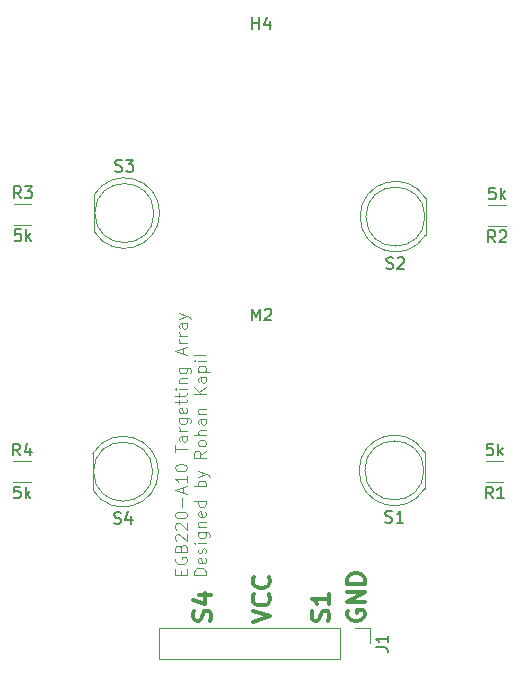
<source format=gbr>
%TF.GenerationSoftware,KiCad,Pcbnew,9.0.1*%
%TF.CreationDate,2025-04-01T19:10:29+10:00*%
%TF.ProjectId,Ir PCB,49722050-4342-42e6-9b69-6361645f7063,rev?*%
%TF.SameCoordinates,Original*%
%TF.FileFunction,Legend,Top*%
%TF.FilePolarity,Positive*%
%FSLAX46Y46*%
G04 Gerber Fmt 4.6, Leading zero omitted, Abs format (unit mm)*
G04 Created by KiCad (PCBNEW 9.0.1) date 2025-04-01 19:10:29*
%MOMM*%
%LPD*%
G01*
G04 APERTURE LIST*
%ADD10C,0.300000*%
%ADD11C,0.100000*%
%ADD12C,0.150000*%
%ADD13C,0.120000*%
G04 APERTURE END LIST*
D10*
X157372257Y-121659774D02*
X157300828Y-121802632D01*
X157300828Y-121802632D02*
X157300828Y-122016917D01*
X157300828Y-122016917D02*
X157372257Y-122231203D01*
X157372257Y-122231203D02*
X157515114Y-122374060D01*
X157515114Y-122374060D02*
X157657971Y-122445489D01*
X157657971Y-122445489D02*
X157943685Y-122516917D01*
X157943685Y-122516917D02*
X158157971Y-122516917D01*
X158157971Y-122516917D02*
X158443685Y-122445489D01*
X158443685Y-122445489D02*
X158586542Y-122374060D01*
X158586542Y-122374060D02*
X158729400Y-122231203D01*
X158729400Y-122231203D02*
X158800828Y-122016917D01*
X158800828Y-122016917D02*
X158800828Y-121874060D01*
X158800828Y-121874060D02*
X158729400Y-121659774D01*
X158729400Y-121659774D02*
X158657971Y-121588346D01*
X158657971Y-121588346D02*
X158157971Y-121588346D01*
X158157971Y-121588346D02*
X158157971Y-121874060D01*
X158800828Y-120945489D02*
X157300828Y-120945489D01*
X157300828Y-120945489D02*
X158800828Y-120088346D01*
X158800828Y-120088346D02*
X157300828Y-120088346D01*
X158800828Y-119374060D02*
X157300828Y-119374060D01*
X157300828Y-119374060D02*
X157300828Y-119016917D01*
X157300828Y-119016917D02*
X157372257Y-118802631D01*
X157372257Y-118802631D02*
X157515114Y-118659774D01*
X157515114Y-118659774D02*
X157657971Y-118588345D01*
X157657971Y-118588345D02*
X157943685Y-118516917D01*
X157943685Y-118516917D02*
X158157971Y-118516917D01*
X158157971Y-118516917D02*
X158443685Y-118588345D01*
X158443685Y-118588345D02*
X158586542Y-118659774D01*
X158586542Y-118659774D02*
X158729400Y-118802631D01*
X158729400Y-118802631D02*
X158800828Y-119016917D01*
X158800828Y-119016917D02*
X158800828Y-119374060D01*
X145729400Y-122516917D02*
X145800828Y-122302632D01*
X145800828Y-122302632D02*
X145800828Y-121945489D01*
X145800828Y-121945489D02*
X145729400Y-121802632D01*
X145729400Y-121802632D02*
X145657971Y-121731203D01*
X145657971Y-121731203D02*
X145515114Y-121659774D01*
X145515114Y-121659774D02*
X145372257Y-121659774D01*
X145372257Y-121659774D02*
X145229400Y-121731203D01*
X145229400Y-121731203D02*
X145157971Y-121802632D01*
X145157971Y-121802632D02*
X145086542Y-121945489D01*
X145086542Y-121945489D02*
X145015114Y-122231203D01*
X145015114Y-122231203D02*
X144943685Y-122374060D01*
X144943685Y-122374060D02*
X144872257Y-122445489D01*
X144872257Y-122445489D02*
X144729400Y-122516917D01*
X144729400Y-122516917D02*
X144586542Y-122516917D01*
X144586542Y-122516917D02*
X144443685Y-122445489D01*
X144443685Y-122445489D02*
X144372257Y-122374060D01*
X144372257Y-122374060D02*
X144300828Y-122231203D01*
X144300828Y-122231203D02*
X144300828Y-121874060D01*
X144300828Y-121874060D02*
X144372257Y-121659774D01*
X144800828Y-120374061D02*
X145800828Y-120374061D01*
X144229400Y-120731203D02*
X145300828Y-121088346D01*
X145300828Y-121088346D02*
X145300828Y-120159775D01*
X155729400Y-122516917D02*
X155800828Y-122302632D01*
X155800828Y-122302632D02*
X155800828Y-121945489D01*
X155800828Y-121945489D02*
X155729400Y-121802632D01*
X155729400Y-121802632D02*
X155657971Y-121731203D01*
X155657971Y-121731203D02*
X155515114Y-121659774D01*
X155515114Y-121659774D02*
X155372257Y-121659774D01*
X155372257Y-121659774D02*
X155229400Y-121731203D01*
X155229400Y-121731203D02*
X155157971Y-121802632D01*
X155157971Y-121802632D02*
X155086542Y-121945489D01*
X155086542Y-121945489D02*
X155015114Y-122231203D01*
X155015114Y-122231203D02*
X154943685Y-122374060D01*
X154943685Y-122374060D02*
X154872257Y-122445489D01*
X154872257Y-122445489D02*
X154729400Y-122516917D01*
X154729400Y-122516917D02*
X154586542Y-122516917D01*
X154586542Y-122516917D02*
X154443685Y-122445489D01*
X154443685Y-122445489D02*
X154372257Y-122374060D01*
X154372257Y-122374060D02*
X154300828Y-122231203D01*
X154300828Y-122231203D02*
X154300828Y-121874060D01*
X154300828Y-121874060D02*
X154372257Y-121659774D01*
X155800828Y-120231203D02*
X155800828Y-121088346D01*
X155800828Y-120659775D02*
X154300828Y-120659775D01*
X154300828Y-120659775D02*
X154515114Y-120802632D01*
X154515114Y-120802632D02*
X154657971Y-120945489D01*
X154657971Y-120945489D02*
X154729400Y-121088346D01*
X149300828Y-122659774D02*
X150800828Y-122159774D01*
X150800828Y-122159774D02*
X149300828Y-121659774D01*
X150657971Y-120302632D02*
X150729400Y-120374060D01*
X150729400Y-120374060D02*
X150800828Y-120588346D01*
X150800828Y-120588346D02*
X150800828Y-120731203D01*
X150800828Y-120731203D02*
X150729400Y-120945489D01*
X150729400Y-120945489D02*
X150586542Y-121088346D01*
X150586542Y-121088346D02*
X150443685Y-121159775D01*
X150443685Y-121159775D02*
X150157971Y-121231203D01*
X150157971Y-121231203D02*
X149943685Y-121231203D01*
X149943685Y-121231203D02*
X149657971Y-121159775D01*
X149657971Y-121159775D02*
X149515114Y-121088346D01*
X149515114Y-121088346D02*
X149372257Y-120945489D01*
X149372257Y-120945489D02*
X149300828Y-120731203D01*
X149300828Y-120731203D02*
X149300828Y-120588346D01*
X149300828Y-120588346D02*
X149372257Y-120374060D01*
X149372257Y-120374060D02*
X149443685Y-120302632D01*
X150657971Y-118802632D02*
X150729400Y-118874060D01*
X150729400Y-118874060D02*
X150800828Y-119088346D01*
X150800828Y-119088346D02*
X150800828Y-119231203D01*
X150800828Y-119231203D02*
X150729400Y-119445489D01*
X150729400Y-119445489D02*
X150586542Y-119588346D01*
X150586542Y-119588346D02*
X150443685Y-119659775D01*
X150443685Y-119659775D02*
X150157971Y-119731203D01*
X150157971Y-119731203D02*
X149943685Y-119731203D01*
X149943685Y-119731203D02*
X149657971Y-119659775D01*
X149657971Y-119659775D02*
X149515114Y-119588346D01*
X149515114Y-119588346D02*
X149372257Y-119445489D01*
X149372257Y-119445489D02*
X149300828Y-119231203D01*
X149300828Y-119231203D02*
X149300828Y-119088346D01*
X149300828Y-119088346D02*
X149372257Y-118874060D01*
X149372257Y-118874060D02*
X149443685Y-118802632D01*
D11*
X143218665Y-118616115D02*
X143218665Y-118282782D01*
X143742475Y-118139925D02*
X143742475Y-118616115D01*
X143742475Y-118616115D02*
X142742475Y-118616115D01*
X142742475Y-118616115D02*
X142742475Y-118139925D01*
X142790094Y-117187544D02*
X142742475Y-117282782D01*
X142742475Y-117282782D02*
X142742475Y-117425639D01*
X142742475Y-117425639D02*
X142790094Y-117568496D01*
X142790094Y-117568496D02*
X142885332Y-117663734D01*
X142885332Y-117663734D02*
X142980570Y-117711353D01*
X142980570Y-117711353D02*
X143171046Y-117758972D01*
X143171046Y-117758972D02*
X143313903Y-117758972D01*
X143313903Y-117758972D02*
X143504379Y-117711353D01*
X143504379Y-117711353D02*
X143599617Y-117663734D01*
X143599617Y-117663734D02*
X143694856Y-117568496D01*
X143694856Y-117568496D02*
X143742475Y-117425639D01*
X143742475Y-117425639D02*
X143742475Y-117330401D01*
X143742475Y-117330401D02*
X143694856Y-117187544D01*
X143694856Y-117187544D02*
X143647236Y-117139925D01*
X143647236Y-117139925D02*
X143313903Y-117139925D01*
X143313903Y-117139925D02*
X143313903Y-117330401D01*
X143218665Y-116378020D02*
X143266284Y-116235163D01*
X143266284Y-116235163D02*
X143313903Y-116187544D01*
X143313903Y-116187544D02*
X143409141Y-116139925D01*
X143409141Y-116139925D02*
X143551998Y-116139925D01*
X143551998Y-116139925D02*
X143647236Y-116187544D01*
X143647236Y-116187544D02*
X143694856Y-116235163D01*
X143694856Y-116235163D02*
X143742475Y-116330401D01*
X143742475Y-116330401D02*
X143742475Y-116711353D01*
X143742475Y-116711353D02*
X142742475Y-116711353D01*
X142742475Y-116711353D02*
X142742475Y-116378020D01*
X142742475Y-116378020D02*
X142790094Y-116282782D01*
X142790094Y-116282782D02*
X142837713Y-116235163D01*
X142837713Y-116235163D02*
X142932951Y-116187544D01*
X142932951Y-116187544D02*
X143028189Y-116187544D01*
X143028189Y-116187544D02*
X143123427Y-116235163D01*
X143123427Y-116235163D02*
X143171046Y-116282782D01*
X143171046Y-116282782D02*
X143218665Y-116378020D01*
X143218665Y-116378020D02*
X143218665Y-116711353D01*
X142837713Y-115758972D02*
X142790094Y-115711353D01*
X142790094Y-115711353D02*
X142742475Y-115616115D01*
X142742475Y-115616115D02*
X142742475Y-115378020D01*
X142742475Y-115378020D02*
X142790094Y-115282782D01*
X142790094Y-115282782D02*
X142837713Y-115235163D01*
X142837713Y-115235163D02*
X142932951Y-115187544D01*
X142932951Y-115187544D02*
X143028189Y-115187544D01*
X143028189Y-115187544D02*
X143171046Y-115235163D01*
X143171046Y-115235163D02*
X143742475Y-115806591D01*
X143742475Y-115806591D02*
X143742475Y-115187544D01*
X142837713Y-114806591D02*
X142790094Y-114758972D01*
X142790094Y-114758972D02*
X142742475Y-114663734D01*
X142742475Y-114663734D02*
X142742475Y-114425639D01*
X142742475Y-114425639D02*
X142790094Y-114330401D01*
X142790094Y-114330401D02*
X142837713Y-114282782D01*
X142837713Y-114282782D02*
X142932951Y-114235163D01*
X142932951Y-114235163D02*
X143028189Y-114235163D01*
X143028189Y-114235163D02*
X143171046Y-114282782D01*
X143171046Y-114282782D02*
X143742475Y-114854210D01*
X143742475Y-114854210D02*
X143742475Y-114235163D01*
X142742475Y-113616115D02*
X142742475Y-113520877D01*
X142742475Y-113520877D02*
X142790094Y-113425639D01*
X142790094Y-113425639D02*
X142837713Y-113378020D01*
X142837713Y-113378020D02*
X142932951Y-113330401D01*
X142932951Y-113330401D02*
X143123427Y-113282782D01*
X143123427Y-113282782D02*
X143361522Y-113282782D01*
X143361522Y-113282782D02*
X143551998Y-113330401D01*
X143551998Y-113330401D02*
X143647236Y-113378020D01*
X143647236Y-113378020D02*
X143694856Y-113425639D01*
X143694856Y-113425639D02*
X143742475Y-113520877D01*
X143742475Y-113520877D02*
X143742475Y-113616115D01*
X143742475Y-113616115D02*
X143694856Y-113711353D01*
X143694856Y-113711353D02*
X143647236Y-113758972D01*
X143647236Y-113758972D02*
X143551998Y-113806591D01*
X143551998Y-113806591D02*
X143361522Y-113854210D01*
X143361522Y-113854210D02*
X143123427Y-113854210D01*
X143123427Y-113854210D02*
X142932951Y-113806591D01*
X142932951Y-113806591D02*
X142837713Y-113758972D01*
X142837713Y-113758972D02*
X142790094Y-113711353D01*
X142790094Y-113711353D02*
X142742475Y-113616115D01*
X143361522Y-112854210D02*
X143361522Y-112092306D01*
X143456760Y-111663734D02*
X143456760Y-111187544D01*
X143742475Y-111758972D02*
X142742475Y-111425639D01*
X142742475Y-111425639D02*
X143742475Y-111092306D01*
X143742475Y-110235163D02*
X143742475Y-110806591D01*
X143742475Y-110520877D02*
X142742475Y-110520877D01*
X142742475Y-110520877D02*
X142885332Y-110616115D01*
X142885332Y-110616115D02*
X142980570Y-110711353D01*
X142980570Y-110711353D02*
X143028189Y-110806591D01*
X142742475Y-109616115D02*
X142742475Y-109520877D01*
X142742475Y-109520877D02*
X142790094Y-109425639D01*
X142790094Y-109425639D02*
X142837713Y-109378020D01*
X142837713Y-109378020D02*
X142932951Y-109330401D01*
X142932951Y-109330401D02*
X143123427Y-109282782D01*
X143123427Y-109282782D02*
X143361522Y-109282782D01*
X143361522Y-109282782D02*
X143551998Y-109330401D01*
X143551998Y-109330401D02*
X143647236Y-109378020D01*
X143647236Y-109378020D02*
X143694856Y-109425639D01*
X143694856Y-109425639D02*
X143742475Y-109520877D01*
X143742475Y-109520877D02*
X143742475Y-109616115D01*
X143742475Y-109616115D02*
X143694856Y-109711353D01*
X143694856Y-109711353D02*
X143647236Y-109758972D01*
X143647236Y-109758972D02*
X143551998Y-109806591D01*
X143551998Y-109806591D02*
X143361522Y-109854210D01*
X143361522Y-109854210D02*
X143123427Y-109854210D01*
X143123427Y-109854210D02*
X142932951Y-109806591D01*
X142932951Y-109806591D02*
X142837713Y-109758972D01*
X142837713Y-109758972D02*
X142790094Y-109711353D01*
X142790094Y-109711353D02*
X142742475Y-109616115D01*
X142742475Y-108235162D02*
X142742475Y-107663734D01*
X143742475Y-107949448D02*
X142742475Y-107949448D01*
X143742475Y-106901829D02*
X143218665Y-106901829D01*
X143218665Y-106901829D02*
X143123427Y-106949448D01*
X143123427Y-106949448D02*
X143075808Y-107044686D01*
X143075808Y-107044686D02*
X143075808Y-107235162D01*
X143075808Y-107235162D02*
X143123427Y-107330400D01*
X143694856Y-106901829D02*
X143742475Y-106997067D01*
X143742475Y-106997067D02*
X143742475Y-107235162D01*
X143742475Y-107235162D02*
X143694856Y-107330400D01*
X143694856Y-107330400D02*
X143599617Y-107378019D01*
X143599617Y-107378019D02*
X143504379Y-107378019D01*
X143504379Y-107378019D02*
X143409141Y-107330400D01*
X143409141Y-107330400D02*
X143361522Y-107235162D01*
X143361522Y-107235162D02*
X143361522Y-106997067D01*
X143361522Y-106997067D02*
X143313903Y-106901829D01*
X143742475Y-106425638D02*
X143075808Y-106425638D01*
X143266284Y-106425638D02*
X143171046Y-106378019D01*
X143171046Y-106378019D02*
X143123427Y-106330400D01*
X143123427Y-106330400D02*
X143075808Y-106235162D01*
X143075808Y-106235162D02*
X143075808Y-106139924D01*
X143075808Y-105378019D02*
X143885332Y-105378019D01*
X143885332Y-105378019D02*
X143980570Y-105425638D01*
X143980570Y-105425638D02*
X144028189Y-105473257D01*
X144028189Y-105473257D02*
X144075808Y-105568495D01*
X144075808Y-105568495D02*
X144075808Y-105711352D01*
X144075808Y-105711352D02*
X144028189Y-105806590D01*
X143694856Y-105378019D02*
X143742475Y-105473257D01*
X143742475Y-105473257D02*
X143742475Y-105663733D01*
X143742475Y-105663733D02*
X143694856Y-105758971D01*
X143694856Y-105758971D02*
X143647236Y-105806590D01*
X143647236Y-105806590D02*
X143551998Y-105854209D01*
X143551998Y-105854209D02*
X143266284Y-105854209D01*
X143266284Y-105854209D02*
X143171046Y-105806590D01*
X143171046Y-105806590D02*
X143123427Y-105758971D01*
X143123427Y-105758971D02*
X143075808Y-105663733D01*
X143075808Y-105663733D02*
X143075808Y-105473257D01*
X143075808Y-105473257D02*
X143123427Y-105378019D01*
X143694856Y-104520876D02*
X143742475Y-104616114D01*
X143742475Y-104616114D02*
X143742475Y-104806590D01*
X143742475Y-104806590D02*
X143694856Y-104901828D01*
X143694856Y-104901828D02*
X143599617Y-104949447D01*
X143599617Y-104949447D02*
X143218665Y-104949447D01*
X143218665Y-104949447D02*
X143123427Y-104901828D01*
X143123427Y-104901828D02*
X143075808Y-104806590D01*
X143075808Y-104806590D02*
X143075808Y-104616114D01*
X143075808Y-104616114D02*
X143123427Y-104520876D01*
X143123427Y-104520876D02*
X143218665Y-104473257D01*
X143218665Y-104473257D02*
X143313903Y-104473257D01*
X143313903Y-104473257D02*
X143409141Y-104949447D01*
X143075808Y-104187542D02*
X143075808Y-103806590D01*
X142742475Y-104044685D02*
X143599617Y-104044685D01*
X143599617Y-104044685D02*
X143694856Y-103997066D01*
X143694856Y-103997066D02*
X143742475Y-103901828D01*
X143742475Y-103901828D02*
X143742475Y-103806590D01*
X143075808Y-103616113D02*
X143075808Y-103235161D01*
X142742475Y-103473256D02*
X143599617Y-103473256D01*
X143599617Y-103473256D02*
X143694856Y-103425637D01*
X143694856Y-103425637D02*
X143742475Y-103330399D01*
X143742475Y-103330399D02*
X143742475Y-103235161D01*
X143742475Y-102901827D02*
X143075808Y-102901827D01*
X142742475Y-102901827D02*
X142790094Y-102949446D01*
X142790094Y-102949446D02*
X142837713Y-102901827D01*
X142837713Y-102901827D02*
X142790094Y-102854208D01*
X142790094Y-102854208D02*
X142742475Y-102901827D01*
X142742475Y-102901827D02*
X142837713Y-102901827D01*
X143075808Y-102425637D02*
X143742475Y-102425637D01*
X143171046Y-102425637D02*
X143123427Y-102378018D01*
X143123427Y-102378018D02*
X143075808Y-102282780D01*
X143075808Y-102282780D02*
X143075808Y-102139923D01*
X143075808Y-102139923D02*
X143123427Y-102044685D01*
X143123427Y-102044685D02*
X143218665Y-101997066D01*
X143218665Y-101997066D02*
X143742475Y-101997066D01*
X143075808Y-101092304D02*
X143885332Y-101092304D01*
X143885332Y-101092304D02*
X143980570Y-101139923D01*
X143980570Y-101139923D02*
X144028189Y-101187542D01*
X144028189Y-101187542D02*
X144075808Y-101282780D01*
X144075808Y-101282780D02*
X144075808Y-101425637D01*
X144075808Y-101425637D02*
X144028189Y-101520875D01*
X143694856Y-101092304D02*
X143742475Y-101187542D01*
X143742475Y-101187542D02*
X143742475Y-101378018D01*
X143742475Y-101378018D02*
X143694856Y-101473256D01*
X143694856Y-101473256D02*
X143647236Y-101520875D01*
X143647236Y-101520875D02*
X143551998Y-101568494D01*
X143551998Y-101568494D02*
X143266284Y-101568494D01*
X143266284Y-101568494D02*
X143171046Y-101520875D01*
X143171046Y-101520875D02*
X143123427Y-101473256D01*
X143123427Y-101473256D02*
X143075808Y-101378018D01*
X143075808Y-101378018D02*
X143075808Y-101187542D01*
X143075808Y-101187542D02*
X143123427Y-101092304D01*
X143456760Y-99901827D02*
X143456760Y-99425637D01*
X143742475Y-99997065D02*
X142742475Y-99663732D01*
X142742475Y-99663732D02*
X143742475Y-99330399D01*
X143742475Y-98997065D02*
X143075808Y-98997065D01*
X143266284Y-98997065D02*
X143171046Y-98949446D01*
X143171046Y-98949446D02*
X143123427Y-98901827D01*
X143123427Y-98901827D02*
X143075808Y-98806589D01*
X143075808Y-98806589D02*
X143075808Y-98711351D01*
X143742475Y-98378017D02*
X143075808Y-98378017D01*
X143266284Y-98378017D02*
X143171046Y-98330398D01*
X143171046Y-98330398D02*
X143123427Y-98282779D01*
X143123427Y-98282779D02*
X143075808Y-98187541D01*
X143075808Y-98187541D02*
X143075808Y-98092303D01*
X143742475Y-97330398D02*
X143218665Y-97330398D01*
X143218665Y-97330398D02*
X143123427Y-97378017D01*
X143123427Y-97378017D02*
X143075808Y-97473255D01*
X143075808Y-97473255D02*
X143075808Y-97663731D01*
X143075808Y-97663731D02*
X143123427Y-97758969D01*
X143694856Y-97330398D02*
X143742475Y-97425636D01*
X143742475Y-97425636D02*
X143742475Y-97663731D01*
X143742475Y-97663731D02*
X143694856Y-97758969D01*
X143694856Y-97758969D02*
X143599617Y-97806588D01*
X143599617Y-97806588D02*
X143504379Y-97806588D01*
X143504379Y-97806588D02*
X143409141Y-97758969D01*
X143409141Y-97758969D02*
X143361522Y-97663731D01*
X143361522Y-97663731D02*
X143361522Y-97425636D01*
X143361522Y-97425636D02*
X143313903Y-97330398D01*
X143075808Y-96949445D02*
X143742475Y-96711350D01*
X143075808Y-96473255D02*
X143742475Y-96711350D01*
X143742475Y-96711350D02*
X143980570Y-96806588D01*
X143980570Y-96806588D02*
X144028189Y-96854207D01*
X144028189Y-96854207D02*
X144075808Y-96949445D01*
X145352419Y-118616115D02*
X144352419Y-118616115D01*
X144352419Y-118616115D02*
X144352419Y-118378020D01*
X144352419Y-118378020D02*
X144400038Y-118235163D01*
X144400038Y-118235163D02*
X144495276Y-118139925D01*
X144495276Y-118139925D02*
X144590514Y-118092306D01*
X144590514Y-118092306D02*
X144780990Y-118044687D01*
X144780990Y-118044687D02*
X144923847Y-118044687D01*
X144923847Y-118044687D02*
X145114323Y-118092306D01*
X145114323Y-118092306D02*
X145209561Y-118139925D01*
X145209561Y-118139925D02*
X145304800Y-118235163D01*
X145304800Y-118235163D02*
X145352419Y-118378020D01*
X145352419Y-118378020D02*
X145352419Y-118616115D01*
X145304800Y-117235163D02*
X145352419Y-117330401D01*
X145352419Y-117330401D02*
X145352419Y-117520877D01*
X145352419Y-117520877D02*
X145304800Y-117616115D01*
X145304800Y-117616115D02*
X145209561Y-117663734D01*
X145209561Y-117663734D02*
X144828609Y-117663734D01*
X144828609Y-117663734D02*
X144733371Y-117616115D01*
X144733371Y-117616115D02*
X144685752Y-117520877D01*
X144685752Y-117520877D02*
X144685752Y-117330401D01*
X144685752Y-117330401D02*
X144733371Y-117235163D01*
X144733371Y-117235163D02*
X144828609Y-117187544D01*
X144828609Y-117187544D02*
X144923847Y-117187544D01*
X144923847Y-117187544D02*
X145019085Y-117663734D01*
X145304800Y-116806591D02*
X145352419Y-116711353D01*
X145352419Y-116711353D02*
X145352419Y-116520877D01*
X145352419Y-116520877D02*
X145304800Y-116425639D01*
X145304800Y-116425639D02*
X145209561Y-116378020D01*
X145209561Y-116378020D02*
X145161942Y-116378020D01*
X145161942Y-116378020D02*
X145066704Y-116425639D01*
X145066704Y-116425639D02*
X145019085Y-116520877D01*
X145019085Y-116520877D02*
X145019085Y-116663734D01*
X145019085Y-116663734D02*
X144971466Y-116758972D01*
X144971466Y-116758972D02*
X144876228Y-116806591D01*
X144876228Y-116806591D02*
X144828609Y-116806591D01*
X144828609Y-116806591D02*
X144733371Y-116758972D01*
X144733371Y-116758972D02*
X144685752Y-116663734D01*
X144685752Y-116663734D02*
X144685752Y-116520877D01*
X144685752Y-116520877D02*
X144733371Y-116425639D01*
X145352419Y-115949448D02*
X144685752Y-115949448D01*
X144352419Y-115949448D02*
X144400038Y-115997067D01*
X144400038Y-115997067D02*
X144447657Y-115949448D01*
X144447657Y-115949448D02*
X144400038Y-115901829D01*
X144400038Y-115901829D02*
X144352419Y-115949448D01*
X144352419Y-115949448D02*
X144447657Y-115949448D01*
X144685752Y-115044687D02*
X145495276Y-115044687D01*
X145495276Y-115044687D02*
X145590514Y-115092306D01*
X145590514Y-115092306D02*
X145638133Y-115139925D01*
X145638133Y-115139925D02*
X145685752Y-115235163D01*
X145685752Y-115235163D02*
X145685752Y-115378020D01*
X145685752Y-115378020D02*
X145638133Y-115473258D01*
X145304800Y-115044687D02*
X145352419Y-115139925D01*
X145352419Y-115139925D02*
X145352419Y-115330401D01*
X145352419Y-115330401D02*
X145304800Y-115425639D01*
X145304800Y-115425639D02*
X145257180Y-115473258D01*
X145257180Y-115473258D02*
X145161942Y-115520877D01*
X145161942Y-115520877D02*
X144876228Y-115520877D01*
X144876228Y-115520877D02*
X144780990Y-115473258D01*
X144780990Y-115473258D02*
X144733371Y-115425639D01*
X144733371Y-115425639D02*
X144685752Y-115330401D01*
X144685752Y-115330401D02*
X144685752Y-115139925D01*
X144685752Y-115139925D02*
X144733371Y-115044687D01*
X144685752Y-114568496D02*
X145352419Y-114568496D01*
X144780990Y-114568496D02*
X144733371Y-114520877D01*
X144733371Y-114520877D02*
X144685752Y-114425639D01*
X144685752Y-114425639D02*
X144685752Y-114282782D01*
X144685752Y-114282782D02*
X144733371Y-114187544D01*
X144733371Y-114187544D02*
X144828609Y-114139925D01*
X144828609Y-114139925D02*
X145352419Y-114139925D01*
X145304800Y-113282782D02*
X145352419Y-113378020D01*
X145352419Y-113378020D02*
X145352419Y-113568496D01*
X145352419Y-113568496D02*
X145304800Y-113663734D01*
X145304800Y-113663734D02*
X145209561Y-113711353D01*
X145209561Y-113711353D02*
X144828609Y-113711353D01*
X144828609Y-113711353D02*
X144733371Y-113663734D01*
X144733371Y-113663734D02*
X144685752Y-113568496D01*
X144685752Y-113568496D02*
X144685752Y-113378020D01*
X144685752Y-113378020D02*
X144733371Y-113282782D01*
X144733371Y-113282782D02*
X144828609Y-113235163D01*
X144828609Y-113235163D02*
X144923847Y-113235163D01*
X144923847Y-113235163D02*
X145019085Y-113711353D01*
X145352419Y-112378020D02*
X144352419Y-112378020D01*
X145304800Y-112378020D02*
X145352419Y-112473258D01*
X145352419Y-112473258D02*
X145352419Y-112663734D01*
X145352419Y-112663734D02*
X145304800Y-112758972D01*
X145304800Y-112758972D02*
X145257180Y-112806591D01*
X145257180Y-112806591D02*
X145161942Y-112854210D01*
X145161942Y-112854210D02*
X144876228Y-112854210D01*
X144876228Y-112854210D02*
X144780990Y-112806591D01*
X144780990Y-112806591D02*
X144733371Y-112758972D01*
X144733371Y-112758972D02*
X144685752Y-112663734D01*
X144685752Y-112663734D02*
X144685752Y-112473258D01*
X144685752Y-112473258D02*
X144733371Y-112378020D01*
X145352419Y-111139924D02*
X144352419Y-111139924D01*
X144733371Y-111139924D02*
X144685752Y-111044686D01*
X144685752Y-111044686D02*
X144685752Y-110854210D01*
X144685752Y-110854210D02*
X144733371Y-110758972D01*
X144733371Y-110758972D02*
X144780990Y-110711353D01*
X144780990Y-110711353D02*
X144876228Y-110663734D01*
X144876228Y-110663734D02*
X145161942Y-110663734D01*
X145161942Y-110663734D02*
X145257180Y-110711353D01*
X145257180Y-110711353D02*
X145304800Y-110758972D01*
X145304800Y-110758972D02*
X145352419Y-110854210D01*
X145352419Y-110854210D02*
X145352419Y-111044686D01*
X145352419Y-111044686D02*
X145304800Y-111139924D01*
X144685752Y-110330400D02*
X145352419Y-110092305D01*
X144685752Y-109854210D02*
X145352419Y-110092305D01*
X145352419Y-110092305D02*
X145590514Y-110187543D01*
X145590514Y-110187543D02*
X145638133Y-110235162D01*
X145638133Y-110235162D02*
X145685752Y-110330400D01*
X145352419Y-108139924D02*
X144876228Y-108473257D01*
X145352419Y-108711352D02*
X144352419Y-108711352D01*
X144352419Y-108711352D02*
X144352419Y-108330400D01*
X144352419Y-108330400D02*
X144400038Y-108235162D01*
X144400038Y-108235162D02*
X144447657Y-108187543D01*
X144447657Y-108187543D02*
X144542895Y-108139924D01*
X144542895Y-108139924D02*
X144685752Y-108139924D01*
X144685752Y-108139924D02*
X144780990Y-108187543D01*
X144780990Y-108187543D02*
X144828609Y-108235162D01*
X144828609Y-108235162D02*
X144876228Y-108330400D01*
X144876228Y-108330400D02*
X144876228Y-108711352D01*
X145352419Y-107568495D02*
X145304800Y-107663733D01*
X145304800Y-107663733D02*
X145257180Y-107711352D01*
X145257180Y-107711352D02*
X145161942Y-107758971D01*
X145161942Y-107758971D02*
X144876228Y-107758971D01*
X144876228Y-107758971D02*
X144780990Y-107711352D01*
X144780990Y-107711352D02*
X144733371Y-107663733D01*
X144733371Y-107663733D02*
X144685752Y-107568495D01*
X144685752Y-107568495D02*
X144685752Y-107425638D01*
X144685752Y-107425638D02*
X144733371Y-107330400D01*
X144733371Y-107330400D02*
X144780990Y-107282781D01*
X144780990Y-107282781D02*
X144876228Y-107235162D01*
X144876228Y-107235162D02*
X145161942Y-107235162D01*
X145161942Y-107235162D02*
X145257180Y-107282781D01*
X145257180Y-107282781D02*
X145304800Y-107330400D01*
X145304800Y-107330400D02*
X145352419Y-107425638D01*
X145352419Y-107425638D02*
X145352419Y-107568495D01*
X145352419Y-106806590D02*
X144352419Y-106806590D01*
X145352419Y-106378019D02*
X144828609Y-106378019D01*
X144828609Y-106378019D02*
X144733371Y-106425638D01*
X144733371Y-106425638D02*
X144685752Y-106520876D01*
X144685752Y-106520876D02*
X144685752Y-106663733D01*
X144685752Y-106663733D02*
X144733371Y-106758971D01*
X144733371Y-106758971D02*
X144780990Y-106806590D01*
X145352419Y-105473257D02*
X144828609Y-105473257D01*
X144828609Y-105473257D02*
X144733371Y-105520876D01*
X144733371Y-105520876D02*
X144685752Y-105616114D01*
X144685752Y-105616114D02*
X144685752Y-105806590D01*
X144685752Y-105806590D02*
X144733371Y-105901828D01*
X145304800Y-105473257D02*
X145352419Y-105568495D01*
X145352419Y-105568495D02*
X145352419Y-105806590D01*
X145352419Y-105806590D02*
X145304800Y-105901828D01*
X145304800Y-105901828D02*
X145209561Y-105949447D01*
X145209561Y-105949447D02*
X145114323Y-105949447D01*
X145114323Y-105949447D02*
X145019085Y-105901828D01*
X145019085Y-105901828D02*
X144971466Y-105806590D01*
X144971466Y-105806590D02*
X144971466Y-105568495D01*
X144971466Y-105568495D02*
X144923847Y-105473257D01*
X144685752Y-104997066D02*
X145352419Y-104997066D01*
X144780990Y-104997066D02*
X144733371Y-104949447D01*
X144733371Y-104949447D02*
X144685752Y-104854209D01*
X144685752Y-104854209D02*
X144685752Y-104711352D01*
X144685752Y-104711352D02*
X144733371Y-104616114D01*
X144733371Y-104616114D02*
X144828609Y-104568495D01*
X144828609Y-104568495D02*
X145352419Y-104568495D01*
X145352419Y-103330399D02*
X144352419Y-103330399D01*
X145352419Y-102758971D02*
X144780990Y-103187542D01*
X144352419Y-102758971D02*
X144923847Y-103330399D01*
X145352419Y-101901828D02*
X144828609Y-101901828D01*
X144828609Y-101901828D02*
X144733371Y-101949447D01*
X144733371Y-101949447D02*
X144685752Y-102044685D01*
X144685752Y-102044685D02*
X144685752Y-102235161D01*
X144685752Y-102235161D02*
X144733371Y-102330399D01*
X145304800Y-101901828D02*
X145352419Y-101997066D01*
X145352419Y-101997066D02*
X145352419Y-102235161D01*
X145352419Y-102235161D02*
X145304800Y-102330399D01*
X145304800Y-102330399D02*
X145209561Y-102378018D01*
X145209561Y-102378018D02*
X145114323Y-102378018D01*
X145114323Y-102378018D02*
X145019085Y-102330399D01*
X145019085Y-102330399D02*
X144971466Y-102235161D01*
X144971466Y-102235161D02*
X144971466Y-101997066D01*
X144971466Y-101997066D02*
X144923847Y-101901828D01*
X144685752Y-101425637D02*
X145685752Y-101425637D01*
X144733371Y-101425637D02*
X144685752Y-101330399D01*
X144685752Y-101330399D02*
X144685752Y-101139923D01*
X144685752Y-101139923D02*
X144733371Y-101044685D01*
X144733371Y-101044685D02*
X144780990Y-100997066D01*
X144780990Y-100997066D02*
X144876228Y-100949447D01*
X144876228Y-100949447D02*
X145161942Y-100949447D01*
X145161942Y-100949447D02*
X145257180Y-100997066D01*
X145257180Y-100997066D02*
X145304800Y-101044685D01*
X145304800Y-101044685D02*
X145352419Y-101139923D01*
X145352419Y-101139923D02*
X145352419Y-101330399D01*
X145352419Y-101330399D02*
X145304800Y-101425637D01*
X145352419Y-100520875D02*
X144685752Y-100520875D01*
X144352419Y-100520875D02*
X144400038Y-100568494D01*
X144400038Y-100568494D02*
X144447657Y-100520875D01*
X144447657Y-100520875D02*
X144400038Y-100473256D01*
X144400038Y-100473256D02*
X144352419Y-100520875D01*
X144352419Y-100520875D02*
X144447657Y-100520875D01*
X145352419Y-99901828D02*
X145304800Y-99997066D01*
X145304800Y-99997066D02*
X145209561Y-100044685D01*
X145209561Y-100044685D02*
X144352419Y-100044685D01*
D12*
X137688095Y-84457200D02*
X137830952Y-84504819D01*
X137830952Y-84504819D02*
X138069047Y-84504819D01*
X138069047Y-84504819D02*
X138164285Y-84457200D01*
X138164285Y-84457200D02*
X138211904Y-84409580D01*
X138211904Y-84409580D02*
X138259523Y-84314342D01*
X138259523Y-84314342D02*
X138259523Y-84219104D01*
X138259523Y-84219104D02*
X138211904Y-84123866D01*
X138211904Y-84123866D02*
X138164285Y-84076247D01*
X138164285Y-84076247D02*
X138069047Y-84028628D01*
X138069047Y-84028628D02*
X137878571Y-83981009D01*
X137878571Y-83981009D02*
X137783333Y-83933390D01*
X137783333Y-83933390D02*
X137735714Y-83885771D01*
X137735714Y-83885771D02*
X137688095Y-83790533D01*
X137688095Y-83790533D02*
X137688095Y-83695295D01*
X137688095Y-83695295D02*
X137735714Y-83600057D01*
X137735714Y-83600057D02*
X137783333Y-83552438D01*
X137783333Y-83552438D02*
X137878571Y-83504819D01*
X137878571Y-83504819D02*
X138116666Y-83504819D01*
X138116666Y-83504819D02*
X138259523Y-83552438D01*
X138592857Y-83504819D02*
X139211904Y-83504819D01*
X139211904Y-83504819D02*
X138878571Y-83885771D01*
X138878571Y-83885771D02*
X139021428Y-83885771D01*
X139021428Y-83885771D02*
X139116666Y-83933390D01*
X139116666Y-83933390D02*
X139164285Y-83981009D01*
X139164285Y-83981009D02*
X139211904Y-84076247D01*
X139211904Y-84076247D02*
X139211904Y-84314342D01*
X139211904Y-84314342D02*
X139164285Y-84409580D01*
X139164285Y-84409580D02*
X139116666Y-84457200D01*
X139116666Y-84457200D02*
X139021428Y-84504819D01*
X139021428Y-84504819D02*
X138735714Y-84504819D01*
X138735714Y-84504819D02*
X138640476Y-84457200D01*
X138640476Y-84457200D02*
X138592857Y-84409580D01*
X129615833Y-108534819D02*
X129282500Y-108058628D01*
X129044405Y-108534819D02*
X129044405Y-107534819D01*
X129044405Y-107534819D02*
X129425357Y-107534819D01*
X129425357Y-107534819D02*
X129520595Y-107582438D01*
X129520595Y-107582438D02*
X129568214Y-107630057D01*
X129568214Y-107630057D02*
X129615833Y-107725295D01*
X129615833Y-107725295D02*
X129615833Y-107868152D01*
X129615833Y-107868152D02*
X129568214Y-107963390D01*
X129568214Y-107963390D02*
X129520595Y-108011009D01*
X129520595Y-108011009D02*
X129425357Y-108058628D01*
X129425357Y-108058628D02*
X129044405Y-108058628D01*
X130472976Y-107868152D02*
X130472976Y-108534819D01*
X130234881Y-107487200D02*
X129996786Y-108201485D01*
X129996786Y-108201485D02*
X130615833Y-108201485D01*
X129615833Y-111174819D02*
X129139643Y-111174819D01*
X129139643Y-111174819D02*
X129092024Y-111651009D01*
X129092024Y-111651009D02*
X129139643Y-111603390D01*
X129139643Y-111603390D02*
X129234881Y-111555771D01*
X129234881Y-111555771D02*
X129472976Y-111555771D01*
X129472976Y-111555771D02*
X129568214Y-111603390D01*
X129568214Y-111603390D02*
X129615833Y-111651009D01*
X129615833Y-111651009D02*
X129663452Y-111746247D01*
X129663452Y-111746247D02*
X129663452Y-111984342D01*
X129663452Y-111984342D02*
X129615833Y-112079580D01*
X129615833Y-112079580D02*
X129568214Y-112127200D01*
X129568214Y-112127200D02*
X129472976Y-112174819D01*
X129472976Y-112174819D02*
X129234881Y-112174819D01*
X129234881Y-112174819D02*
X129139643Y-112127200D01*
X129139643Y-112127200D02*
X129092024Y-112079580D01*
X130092024Y-112174819D02*
X130092024Y-111174819D01*
X130187262Y-111793866D02*
X130472976Y-112174819D01*
X130472976Y-111508152D02*
X130092024Y-111889104D01*
X169840833Y-90484819D02*
X169507500Y-90008628D01*
X169269405Y-90484819D02*
X169269405Y-89484819D01*
X169269405Y-89484819D02*
X169650357Y-89484819D01*
X169650357Y-89484819D02*
X169745595Y-89532438D01*
X169745595Y-89532438D02*
X169793214Y-89580057D01*
X169793214Y-89580057D02*
X169840833Y-89675295D01*
X169840833Y-89675295D02*
X169840833Y-89818152D01*
X169840833Y-89818152D02*
X169793214Y-89913390D01*
X169793214Y-89913390D02*
X169745595Y-89961009D01*
X169745595Y-89961009D02*
X169650357Y-90008628D01*
X169650357Y-90008628D02*
X169269405Y-90008628D01*
X170221786Y-89580057D02*
X170269405Y-89532438D01*
X170269405Y-89532438D02*
X170364643Y-89484819D01*
X170364643Y-89484819D02*
X170602738Y-89484819D01*
X170602738Y-89484819D02*
X170697976Y-89532438D01*
X170697976Y-89532438D02*
X170745595Y-89580057D01*
X170745595Y-89580057D02*
X170793214Y-89675295D01*
X170793214Y-89675295D02*
X170793214Y-89770533D01*
X170793214Y-89770533D02*
X170745595Y-89913390D01*
X170745595Y-89913390D02*
X170174167Y-90484819D01*
X170174167Y-90484819D02*
X170793214Y-90484819D01*
X169840833Y-85844819D02*
X169364643Y-85844819D01*
X169364643Y-85844819D02*
X169317024Y-86321009D01*
X169317024Y-86321009D02*
X169364643Y-86273390D01*
X169364643Y-86273390D02*
X169459881Y-86225771D01*
X169459881Y-86225771D02*
X169697976Y-86225771D01*
X169697976Y-86225771D02*
X169793214Y-86273390D01*
X169793214Y-86273390D02*
X169840833Y-86321009D01*
X169840833Y-86321009D02*
X169888452Y-86416247D01*
X169888452Y-86416247D02*
X169888452Y-86654342D01*
X169888452Y-86654342D02*
X169840833Y-86749580D01*
X169840833Y-86749580D02*
X169793214Y-86797200D01*
X169793214Y-86797200D02*
X169697976Y-86844819D01*
X169697976Y-86844819D02*
X169459881Y-86844819D01*
X169459881Y-86844819D02*
X169364643Y-86797200D01*
X169364643Y-86797200D02*
X169317024Y-86749580D01*
X170317024Y-86844819D02*
X170317024Y-85844819D01*
X170412262Y-86463866D02*
X170697976Y-86844819D01*
X170697976Y-86178152D02*
X170317024Y-86559104D01*
X129683333Y-86744819D02*
X129350000Y-86268628D01*
X129111905Y-86744819D02*
X129111905Y-85744819D01*
X129111905Y-85744819D02*
X129492857Y-85744819D01*
X129492857Y-85744819D02*
X129588095Y-85792438D01*
X129588095Y-85792438D02*
X129635714Y-85840057D01*
X129635714Y-85840057D02*
X129683333Y-85935295D01*
X129683333Y-85935295D02*
X129683333Y-86078152D01*
X129683333Y-86078152D02*
X129635714Y-86173390D01*
X129635714Y-86173390D02*
X129588095Y-86221009D01*
X129588095Y-86221009D02*
X129492857Y-86268628D01*
X129492857Y-86268628D02*
X129111905Y-86268628D01*
X130016667Y-85744819D02*
X130635714Y-85744819D01*
X130635714Y-85744819D02*
X130302381Y-86125771D01*
X130302381Y-86125771D02*
X130445238Y-86125771D01*
X130445238Y-86125771D02*
X130540476Y-86173390D01*
X130540476Y-86173390D02*
X130588095Y-86221009D01*
X130588095Y-86221009D02*
X130635714Y-86316247D01*
X130635714Y-86316247D02*
X130635714Y-86554342D01*
X130635714Y-86554342D02*
X130588095Y-86649580D01*
X130588095Y-86649580D02*
X130540476Y-86697200D01*
X130540476Y-86697200D02*
X130445238Y-86744819D01*
X130445238Y-86744819D02*
X130159524Y-86744819D01*
X130159524Y-86744819D02*
X130064286Y-86697200D01*
X130064286Y-86697200D02*
X130016667Y-86649580D01*
X129683333Y-89384819D02*
X129207143Y-89384819D01*
X129207143Y-89384819D02*
X129159524Y-89861009D01*
X129159524Y-89861009D02*
X129207143Y-89813390D01*
X129207143Y-89813390D02*
X129302381Y-89765771D01*
X129302381Y-89765771D02*
X129540476Y-89765771D01*
X129540476Y-89765771D02*
X129635714Y-89813390D01*
X129635714Y-89813390D02*
X129683333Y-89861009D01*
X129683333Y-89861009D02*
X129730952Y-89956247D01*
X129730952Y-89956247D02*
X129730952Y-90194342D01*
X129730952Y-90194342D02*
X129683333Y-90289580D01*
X129683333Y-90289580D02*
X129635714Y-90337200D01*
X129635714Y-90337200D02*
X129540476Y-90384819D01*
X129540476Y-90384819D02*
X129302381Y-90384819D01*
X129302381Y-90384819D02*
X129207143Y-90337200D01*
X129207143Y-90337200D02*
X129159524Y-90289580D01*
X130159524Y-90384819D02*
X130159524Y-89384819D01*
X130254762Y-90003866D02*
X130540476Y-90384819D01*
X130540476Y-89718152D02*
X130159524Y-90099104D01*
X159734819Y-124783333D02*
X160449104Y-124783333D01*
X160449104Y-124783333D02*
X160591961Y-124830952D01*
X160591961Y-124830952D02*
X160687200Y-124926190D01*
X160687200Y-124926190D02*
X160734819Y-125069047D01*
X160734819Y-125069047D02*
X160734819Y-125164285D01*
X160734819Y-123783333D02*
X160734819Y-124354761D01*
X160734819Y-124069047D02*
X159734819Y-124069047D01*
X159734819Y-124069047D02*
X159877676Y-124164285D01*
X159877676Y-124164285D02*
X159972914Y-124259523D01*
X159972914Y-124259523D02*
X160020533Y-124354761D01*
X160548095Y-114167200D02*
X160690952Y-114214819D01*
X160690952Y-114214819D02*
X160929047Y-114214819D01*
X160929047Y-114214819D02*
X161024285Y-114167200D01*
X161024285Y-114167200D02*
X161071904Y-114119580D01*
X161071904Y-114119580D02*
X161119523Y-114024342D01*
X161119523Y-114024342D02*
X161119523Y-113929104D01*
X161119523Y-113929104D02*
X161071904Y-113833866D01*
X161071904Y-113833866D02*
X161024285Y-113786247D01*
X161024285Y-113786247D02*
X160929047Y-113738628D01*
X160929047Y-113738628D02*
X160738571Y-113691009D01*
X160738571Y-113691009D02*
X160643333Y-113643390D01*
X160643333Y-113643390D02*
X160595714Y-113595771D01*
X160595714Y-113595771D02*
X160548095Y-113500533D01*
X160548095Y-113500533D02*
X160548095Y-113405295D01*
X160548095Y-113405295D02*
X160595714Y-113310057D01*
X160595714Y-113310057D02*
X160643333Y-113262438D01*
X160643333Y-113262438D02*
X160738571Y-113214819D01*
X160738571Y-113214819D02*
X160976666Y-113214819D01*
X160976666Y-113214819D02*
X161119523Y-113262438D01*
X162071904Y-114214819D02*
X161500476Y-114214819D01*
X161786190Y-114214819D02*
X161786190Y-113214819D01*
X161786190Y-113214819D02*
X161690952Y-113357676D01*
X161690952Y-113357676D02*
X161595714Y-113452914D01*
X161595714Y-113452914D02*
X161500476Y-113500533D01*
X149240476Y-97094819D02*
X149240476Y-96094819D01*
X149240476Y-96094819D02*
X149573809Y-96809104D01*
X149573809Y-96809104D02*
X149907142Y-96094819D01*
X149907142Y-96094819D02*
X149907142Y-97094819D01*
X150335714Y-96190057D02*
X150383333Y-96142438D01*
X150383333Y-96142438D02*
X150478571Y-96094819D01*
X150478571Y-96094819D02*
X150716666Y-96094819D01*
X150716666Y-96094819D02*
X150811904Y-96142438D01*
X150811904Y-96142438D02*
X150859523Y-96190057D01*
X150859523Y-96190057D02*
X150907142Y-96285295D01*
X150907142Y-96285295D02*
X150907142Y-96380533D01*
X150907142Y-96380533D02*
X150859523Y-96523390D01*
X150859523Y-96523390D02*
X150288095Y-97094819D01*
X150288095Y-97094819D02*
X150907142Y-97094819D01*
X149288095Y-72424819D02*
X149288095Y-71424819D01*
X149288095Y-71901009D02*
X149859523Y-71901009D01*
X149859523Y-72424819D02*
X149859523Y-71424819D01*
X150764285Y-71758152D02*
X150764285Y-72424819D01*
X150526190Y-71377200D02*
X150288095Y-72091485D01*
X150288095Y-72091485D02*
X150907142Y-72091485D01*
X137583095Y-114267200D02*
X137725952Y-114314819D01*
X137725952Y-114314819D02*
X137964047Y-114314819D01*
X137964047Y-114314819D02*
X138059285Y-114267200D01*
X138059285Y-114267200D02*
X138106904Y-114219580D01*
X138106904Y-114219580D02*
X138154523Y-114124342D01*
X138154523Y-114124342D02*
X138154523Y-114029104D01*
X138154523Y-114029104D02*
X138106904Y-113933866D01*
X138106904Y-113933866D02*
X138059285Y-113886247D01*
X138059285Y-113886247D02*
X137964047Y-113838628D01*
X137964047Y-113838628D02*
X137773571Y-113791009D01*
X137773571Y-113791009D02*
X137678333Y-113743390D01*
X137678333Y-113743390D02*
X137630714Y-113695771D01*
X137630714Y-113695771D02*
X137583095Y-113600533D01*
X137583095Y-113600533D02*
X137583095Y-113505295D01*
X137583095Y-113505295D02*
X137630714Y-113410057D01*
X137630714Y-113410057D02*
X137678333Y-113362438D01*
X137678333Y-113362438D02*
X137773571Y-113314819D01*
X137773571Y-113314819D02*
X138011666Y-113314819D01*
X138011666Y-113314819D02*
X138154523Y-113362438D01*
X139011666Y-113648152D02*
X139011666Y-114314819D01*
X138773571Y-113267200D02*
X138535476Y-113981485D01*
X138535476Y-113981485D02*
X139154523Y-113981485D01*
X160638095Y-92677200D02*
X160780952Y-92724819D01*
X160780952Y-92724819D02*
X161019047Y-92724819D01*
X161019047Y-92724819D02*
X161114285Y-92677200D01*
X161114285Y-92677200D02*
X161161904Y-92629580D01*
X161161904Y-92629580D02*
X161209523Y-92534342D01*
X161209523Y-92534342D02*
X161209523Y-92439104D01*
X161209523Y-92439104D02*
X161161904Y-92343866D01*
X161161904Y-92343866D02*
X161114285Y-92296247D01*
X161114285Y-92296247D02*
X161019047Y-92248628D01*
X161019047Y-92248628D02*
X160828571Y-92201009D01*
X160828571Y-92201009D02*
X160733333Y-92153390D01*
X160733333Y-92153390D02*
X160685714Y-92105771D01*
X160685714Y-92105771D02*
X160638095Y-92010533D01*
X160638095Y-92010533D02*
X160638095Y-91915295D01*
X160638095Y-91915295D02*
X160685714Y-91820057D01*
X160685714Y-91820057D02*
X160733333Y-91772438D01*
X160733333Y-91772438D02*
X160828571Y-91724819D01*
X160828571Y-91724819D02*
X161066666Y-91724819D01*
X161066666Y-91724819D02*
X161209523Y-91772438D01*
X161590476Y-91820057D02*
X161638095Y-91772438D01*
X161638095Y-91772438D02*
X161733333Y-91724819D01*
X161733333Y-91724819D02*
X161971428Y-91724819D01*
X161971428Y-91724819D02*
X162066666Y-91772438D01*
X162066666Y-91772438D02*
X162114285Y-91820057D01*
X162114285Y-91820057D02*
X162161904Y-91915295D01*
X162161904Y-91915295D02*
X162161904Y-92010533D01*
X162161904Y-92010533D02*
X162114285Y-92153390D01*
X162114285Y-92153390D02*
X161542857Y-92724819D01*
X161542857Y-92724819D02*
X162161904Y-92724819D01*
X169640833Y-112174819D02*
X169307500Y-111698628D01*
X169069405Y-112174819D02*
X169069405Y-111174819D01*
X169069405Y-111174819D02*
X169450357Y-111174819D01*
X169450357Y-111174819D02*
X169545595Y-111222438D01*
X169545595Y-111222438D02*
X169593214Y-111270057D01*
X169593214Y-111270057D02*
X169640833Y-111365295D01*
X169640833Y-111365295D02*
X169640833Y-111508152D01*
X169640833Y-111508152D02*
X169593214Y-111603390D01*
X169593214Y-111603390D02*
X169545595Y-111651009D01*
X169545595Y-111651009D02*
X169450357Y-111698628D01*
X169450357Y-111698628D02*
X169069405Y-111698628D01*
X170593214Y-112174819D02*
X170021786Y-112174819D01*
X170307500Y-112174819D02*
X170307500Y-111174819D01*
X170307500Y-111174819D02*
X170212262Y-111317676D01*
X170212262Y-111317676D02*
X170117024Y-111412914D01*
X170117024Y-111412914D02*
X170021786Y-111460533D01*
X169640833Y-107534819D02*
X169164643Y-107534819D01*
X169164643Y-107534819D02*
X169117024Y-108011009D01*
X169117024Y-108011009D02*
X169164643Y-107963390D01*
X169164643Y-107963390D02*
X169259881Y-107915771D01*
X169259881Y-107915771D02*
X169497976Y-107915771D01*
X169497976Y-107915771D02*
X169593214Y-107963390D01*
X169593214Y-107963390D02*
X169640833Y-108011009D01*
X169640833Y-108011009D02*
X169688452Y-108106247D01*
X169688452Y-108106247D02*
X169688452Y-108344342D01*
X169688452Y-108344342D02*
X169640833Y-108439580D01*
X169640833Y-108439580D02*
X169593214Y-108487200D01*
X169593214Y-108487200D02*
X169497976Y-108534819D01*
X169497976Y-108534819D02*
X169259881Y-108534819D01*
X169259881Y-108534819D02*
X169164643Y-108487200D01*
X169164643Y-108487200D02*
X169117024Y-108439580D01*
X170117024Y-108534819D02*
X170117024Y-107534819D01*
X170212262Y-108153866D02*
X170497976Y-108534819D01*
X170497976Y-107868152D02*
X170117024Y-108249104D01*
D13*
%TO.C,S3*%
X135890000Y-86465000D02*
X135890000Y-89555000D01*
X135890000Y-86465170D02*
G75*
G02*
X141440000Y-88009952I2560000J-1544830D01*
G01*
X141440000Y-88010048D02*
G75*
G02*
X135890000Y-89554830I-2990000J48D01*
G01*
X140950000Y-88010000D02*
G75*
G02*
X135950000Y-88010000I-2500000J0D01*
G01*
X135950000Y-88010000D02*
G75*
G02*
X140950000Y-88010000I2500000J0D01*
G01*
%TO.C,R4*%
X129055436Y-108990000D02*
X130509564Y-108990000D01*
X129055436Y-110810000D02*
X130509564Y-110810000D01*
%TO.C,R2*%
X170734564Y-87300000D02*
X169280436Y-87300000D01*
X170734564Y-89120000D02*
X169280436Y-89120000D01*
%TO.C,R3*%
X129122936Y-87200000D02*
X130577064Y-87200000D01*
X129122936Y-89020000D02*
X130577064Y-89020000D01*
%TO.C,J1*%
X141380000Y-123120000D02*
X141380000Y-125780000D01*
X156680000Y-123120000D02*
X141380000Y-123120000D01*
X156680000Y-123120000D02*
X156680000Y-125780000D01*
X156680000Y-125780000D02*
X141380000Y-125780000D01*
X157950000Y-123120000D02*
X159280000Y-123120000D01*
X159280000Y-123120000D02*
X159280000Y-124450000D01*
%TO.C,S1*%
X163870000Y-111345000D02*
X163870000Y-108255000D01*
X158320000Y-109799952D02*
G75*
G02*
X163870000Y-108255170I2990000J-48D01*
G01*
X163870000Y-111344830D02*
G75*
G02*
X158320000Y-109800048I-2560000J1544830D01*
G01*
X163810000Y-109800000D02*
G75*
G02*
X158810000Y-109800000I-2500000J0D01*
G01*
X158810000Y-109800000D02*
G75*
G02*
X163810000Y-109800000I2500000J0D01*
G01*
%TO.C,SFH309*%
X135785000Y-108355000D02*
X135785000Y-111445000D01*
X135785000Y-108355170D02*
G75*
G02*
X141335000Y-109899952I2560000J-1544830D01*
G01*
X141335000Y-109900048D02*
G75*
G02*
X135785000Y-111444830I-2990000J48D01*
G01*
X140845000Y-109900000D02*
G75*
G02*
X135845000Y-109900000I-2500000J0D01*
G01*
X135845000Y-109900000D02*
G75*
G02*
X140845000Y-109900000I2500000J0D01*
G01*
%TO.C,S2*%
X163960000Y-89855000D02*
X163960000Y-86765000D01*
X158410000Y-88309952D02*
G75*
G02*
X163960000Y-86765170I2990000J-48D01*
G01*
X163960000Y-89854830D02*
G75*
G02*
X158410000Y-88310048I-2560000J1544830D01*
G01*
X163900000Y-88310000D02*
G75*
G02*
X158900000Y-88310000I-2500000J0D01*
G01*
X158900000Y-88310000D02*
G75*
G02*
X163900000Y-88310000I2500000J0D01*
G01*
%TO.C,R1*%
X170534564Y-108990000D02*
X169080436Y-108990000D01*
X170534564Y-110810000D02*
X169080436Y-110810000D01*
%TD*%
M02*

</source>
